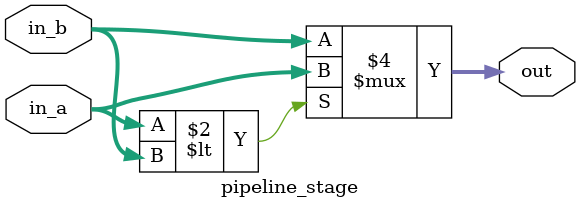
<source format=v>
module min_finder (
    input [7:0] a, b, c, d,
    output [7:0] min);

    wire [7:0] ab_min, cd_min;
    wire [7:0] abcd_min;

    // Find minimum of a and b
    pipeline_stage #(.WIDTH(8)) stage1 (.in_a(a), .in_b(b), .out(ab_min));

    // Find minimum of c and d
    pipeline_stage #(.WIDTH(8)) stage2 (.in_a(c), .in_b(d), .out(cd_min));

    // Find minimum of ab_min and cd_min
    pipeline_stage #(.WIDTH(8)) stage3 (.in_a(ab_min), .in_b(cd_min), .out(abcd_min));

    assign min = abcd_min;

endmodule

module pipeline_stage #(
    parameter WIDTH = 8
) (
    input [WIDTH-1:0] in_a,
    input [WIDTH-1:0] in_b,
    output reg [WIDTH-1:0] out
);

    always @(*) begin
        if (in_a < in_b) begin
            out = in_a;
        end else begin
            out = in_b;
        end
    end

endmodule
</source>
